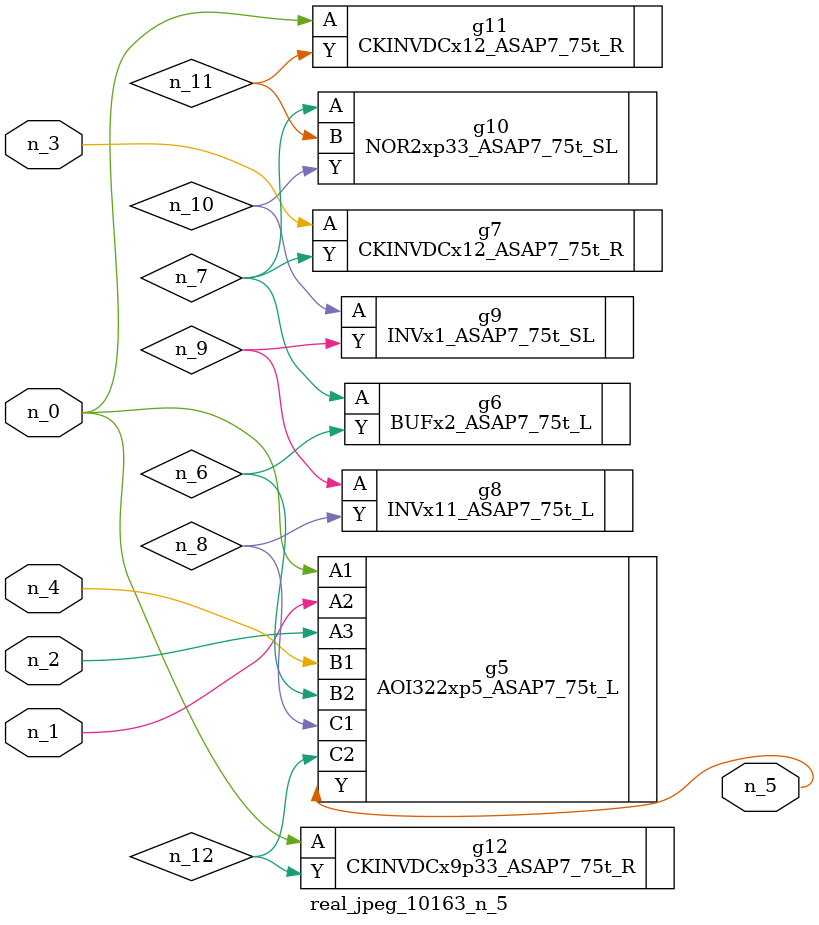
<source format=v>
module real_jpeg_10163_n_5 (n_4, n_0, n_1, n_2, n_3, n_5);

input n_4;
input n_0;
input n_1;
input n_2;
input n_3;

output n_5;

wire n_12;
wire n_8;
wire n_11;
wire n_6;
wire n_7;
wire n_10;
wire n_9;

AOI322xp5_ASAP7_75t_L g5 ( 
.A1(n_0),
.A2(n_1),
.A3(n_2),
.B1(n_4),
.B2(n_6),
.C1(n_8),
.C2(n_12),
.Y(n_5)
);

CKINVDCx12_ASAP7_75t_R g11 ( 
.A(n_0),
.Y(n_11)
);

CKINVDCx9p33_ASAP7_75t_R g12 ( 
.A(n_0),
.Y(n_12)
);

CKINVDCx12_ASAP7_75t_R g7 ( 
.A(n_3),
.Y(n_7)
);

BUFx2_ASAP7_75t_L g6 ( 
.A(n_7),
.Y(n_6)
);

NOR2xp33_ASAP7_75t_SL g10 ( 
.A(n_7),
.B(n_11),
.Y(n_10)
);

INVx11_ASAP7_75t_L g8 ( 
.A(n_9),
.Y(n_8)
);

INVx1_ASAP7_75t_SL g9 ( 
.A(n_10),
.Y(n_9)
);


endmodule
</source>
